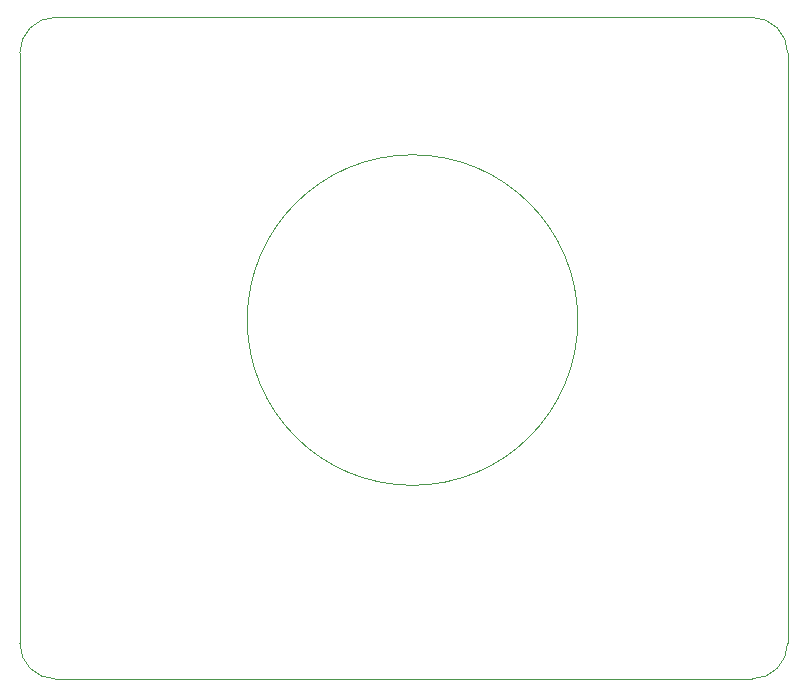
<source format=gm1>
G04 #@! TF.GenerationSoftware,KiCad,Pcbnew,5.0.0-fee4fd1~66~ubuntu18.04.1*
G04 #@! TF.CreationDate,2018-10-12T18:41:06+02:00*
G04 #@! TF.ProjectId,rasle,7261736C652E6B696361645F70636200,rev?*
G04 #@! TF.SameCoordinates,Original*
G04 #@! TF.FileFunction,Profile,NP*
%FSLAX46Y46*%
G04 Gerber Fmt 4.6, Leading zero omitted, Abs format (unit mm)*
G04 Created by KiCad (PCBNEW 5.0.0-fee4fd1~66~ubuntu18.04.1) date Fri Oct 12 18:41:06 2018*
%MOMM*%
%LPD*%
G01*
G04 APERTURE LIST*
%ADD10C,0.100000*%
G04 APERTURE END LIST*
D10*
X247241418Y-119621600D02*
G75*
G03X247241418Y-119621600I-13992818J0D01*
G01*
X200000000Y-113000000D02*
X200000000Y-131000000D01*
X200000000Y-97000000D02*
X200000000Y-113000000D01*
X265000000Y-97000000D02*
G75*
G03X262000000Y-94000000I-3000000J0D01*
G01*
X262000000Y-150000000D02*
G75*
G03X265000000Y-147000000I0J3000000D01*
G01*
X200000000Y-147000000D02*
G75*
G03X203000000Y-150000000I3000000J0D01*
G01*
X203000000Y-94000000D02*
G75*
G03X200000000Y-97000000I0J-3000000D01*
G01*
X262000000Y-94000000D02*
X203000000Y-94000000D01*
X265000000Y-147000000D02*
X265000000Y-97000000D01*
X203000000Y-150000000D02*
X262000000Y-150000000D01*
X200000000Y-131000000D02*
X200000000Y-147000000D01*
M02*

</source>
